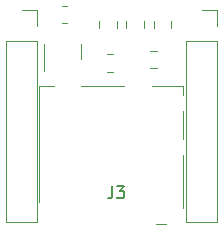
<source format=gbr>
%TF.GenerationSoftware,KiCad,Pcbnew,7.0.9*%
%TF.CreationDate,2024-02-17T11:22:31-05:00*%
%TF.ProjectId,uSD Card with Power Switch - for Xiao or QT Py,75534420-4361-4726-9420-776974682050,V1*%
%TF.SameCoordinates,Original*%
%TF.FileFunction,Legend,Top*%
%TF.FilePolarity,Positive*%
%FSLAX46Y46*%
G04 Gerber Fmt 4.6, Leading zero omitted, Abs format (unit mm)*
G04 Created by KiCad (PCBNEW 7.0.9) date 2024-02-17 11:22:31*
%MOMM*%
%LPD*%
G01*
G04 APERTURE LIST*
%ADD10C,0.200000*%
%ADD11C,0.120000*%
G04 APERTURE END LIST*
D10*
X158966666Y-84952219D02*
X158966666Y-85666504D01*
X158966666Y-85666504D02*
X158919047Y-85809361D01*
X158919047Y-85809361D02*
X158823809Y-85904600D01*
X158823809Y-85904600D02*
X158680952Y-85952219D01*
X158680952Y-85952219D02*
X158585714Y-85952219D01*
X159347619Y-84952219D02*
X159966666Y-84952219D01*
X159966666Y-84952219D02*
X159633333Y-85333171D01*
X159633333Y-85333171D02*
X159776190Y-85333171D01*
X159776190Y-85333171D02*
X159871428Y-85380790D01*
X159871428Y-85380790D02*
X159919047Y-85428409D01*
X159919047Y-85428409D02*
X159966666Y-85523647D01*
X159966666Y-85523647D02*
X159966666Y-85761742D01*
X159966666Y-85761742D02*
X159919047Y-85856980D01*
X159919047Y-85856980D02*
X159871428Y-85904600D01*
X159871428Y-85904600D02*
X159776190Y-85952219D01*
X159776190Y-85952219D02*
X159490476Y-85952219D01*
X159490476Y-85952219D02*
X159395238Y-85904600D01*
X159395238Y-85904600D02*
X159347619Y-85856980D01*
D11*
%TO.C,J2*%
X149970000Y-72650000D02*
X149970000Y-87950000D01*
X149970000Y-72650000D02*
X152630000Y-72650000D01*
X149970000Y-87950000D02*
X152630000Y-87950000D01*
X151300000Y-70050000D02*
X152630000Y-70050000D01*
X152630000Y-70050000D02*
X152630000Y-71380000D01*
X152630000Y-72650000D02*
X152630000Y-87950000D01*
%TO.C,C1*%
X162465000Y-71511252D02*
X162465000Y-70988748D01*
X163935000Y-71511252D02*
X163935000Y-70988748D01*
%TO.C,C3*%
X157865000Y-71511252D02*
X157865000Y-70988748D01*
X159335000Y-71511252D02*
X159335000Y-70988748D01*
%TO.C,Q1*%
X153190000Y-73537500D02*
X153190000Y-75212500D01*
X153190000Y-73537500D02*
X153190000Y-72887500D01*
X156310000Y-73537500D02*
X156310000Y-74187500D01*
X156310000Y-73537500D02*
X156310000Y-72887500D01*
%TO.C,J3*%
X164970000Y-86750000D02*
X164970000Y-82300000D01*
X164970000Y-80900000D02*
X164970000Y-78600000D01*
X164970000Y-77200000D02*
X164970000Y-76480000D01*
X164970000Y-76480000D02*
X162290000Y-76480000D01*
X163490000Y-88120000D02*
X162630000Y-88120000D01*
X159990000Y-76480000D02*
X156320000Y-76480000D01*
X154020000Y-76480000D02*
X152790000Y-76480000D01*
X152790000Y-76480000D02*
X152790000Y-86300000D01*
%TO.C,R1*%
X159014564Y-75235000D02*
X158560436Y-75235000D01*
X159014564Y-73765000D02*
X158560436Y-73765000D01*
%TO.C,C2*%
X162188748Y-73465000D02*
X162711252Y-73465000D01*
X162188748Y-74935000D02*
X162711252Y-74935000D01*
%TO.C,R2*%
X155139564Y-71135000D02*
X154685436Y-71135000D01*
X155139564Y-69665000D02*
X154685436Y-69665000D01*
%TO.C,J1*%
X165210000Y-72650000D02*
X165210000Y-87950000D01*
X165210000Y-72650000D02*
X167870000Y-72650000D01*
X165210000Y-87950000D02*
X167870000Y-87950000D01*
X166540000Y-70050000D02*
X167870000Y-70050000D01*
X167870000Y-70050000D02*
X167870000Y-71380000D01*
X167870000Y-72650000D02*
X167870000Y-87950000D01*
%TO.C,C4*%
X160165000Y-71511252D02*
X160165000Y-70988748D01*
X161635000Y-71511252D02*
X161635000Y-70988748D01*
%TD*%
M02*

</source>
